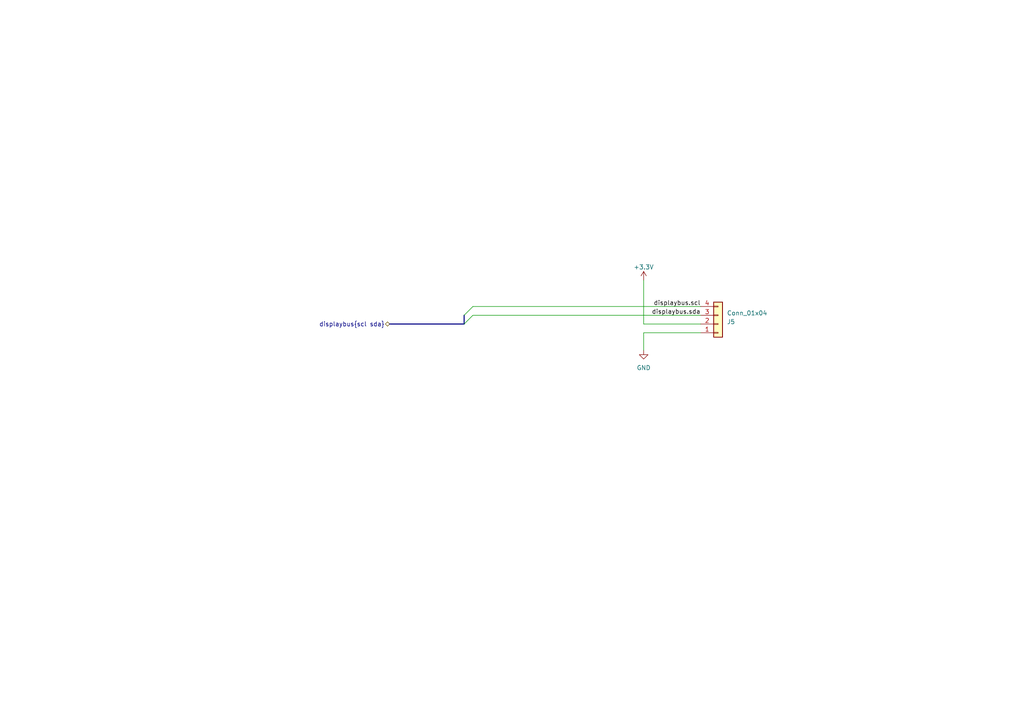
<source format=kicad_sch>
(kicad_sch (version 20230121) (generator eeschema)
  (paper "A4")
  (lib_symbols
    (symbol "Connector_Generic:Conn_01x04" (pin_names (offset 1.016) hide)
      (property "Reference" "J" (at 0 5.08 0))
      (property "Value" "Conn_01x04" (at 0 -7.62 0))
      (symbol "Conn_01x04_1_1"
        (rectangle (start -1.27 -4.953) (end 0 -5.207) (stroke (width 0.1524)))
        (rectangle (start -1.27 -2.413) (end 0 -2.667) (stroke (width 0.1524)))
        (rectangle (start -1.27 0.127) (end 0 -0.127) (stroke (width 0.1524)))
        (rectangle (start -1.27 2.667) (end 0 2.413) (stroke (width 0.1524)))
        (rectangle (start -1.27 3.81) (end 1.27 -6.35) (stroke (width 0.254)) (fill (type background)))
        (pin passive line (at -5.08 2.54 0) (length 3.81) (name "Pin_1") (number "1"))
        (pin passive line (at -5.08 0 0) (length 3.81) (name "Pin_2") (number "2"))
        (pin passive line (at -5.08 -2.54 0) (length 3.81) (name "Pin_3") (number "3"))
        (pin passive line (at -5.08 -5.08 0) (length 3.81) (name "Pin_4") (number "4"))
      )
    )
    (symbol "power:+3.3V" (power) (pin_names (offset 0))
      (property "Value" "+3.3V" (at 0 3.556 0))
      (symbol "+3.3V_0_1"
        (polyline (pts (xy -0.762 1.27) (xy 0 2.54)))
        (polyline (pts (xy 0 0) (xy 0 2.54)))
        (polyline (pts (xy 0 2.54) (xy 0.762 1.27)))
      )
      (symbol "+3.3V_1_1"
        (pin power_in line (at 0 0 90) (length 0) hide (name "+3.3V") (number "1"))
      )
    )
    (symbol "power:GND" (power) (pin_names (offset 0))
      (property "Value" "GND" (at 0 -3.81 0))
      (symbol "GND_0_1"
        (polyline (pts (xy 0 0) (xy 0 -1.27) (xy 1.27 -1.27) (xy 0 -2.54) (xy -1.27 -1.27) (xy 0 -1.27)))
      )
      (symbol "GND_1_1"
        (pin power_in line (at 0 0 270) (length 0) hide (name "GND") (number "1"))
      )
    )
  )
  (bus_entry (at 137.16 91.44) (size -2.54 2.54))
  (bus_entry (at 137.16 88.9) (size -2.54 2.54))
  (wire (pts (xy 137.16 88.9) (xy 203.2 88.9)))
  (wire (pts (xy 203.2 91.44) (xy 137.16 91.44)))
  (wire (pts (xy 186.69 96.52) (xy 203.2 96.52)))
  (bus (pts (xy 134.62 93.98) (xy 113.03 93.98)))
  (wire (pts (xy 203.2 93.98) (xy 186.69 93.98)))
  (wire (pts (xy 186.69 81.28) (xy 186.69 93.98)))
  (bus (pts (xy 134.62 91.44) (xy 134.62 93.98)))
  (wire (pts (xy 186.69 96.52) (xy 186.69 101.6)))
  (label "displaybus.sda" (at 203.2 91.44 180))
  (label "displaybus.scl" (at 203.2 88.9 180))
  (hierarchical_label "displaybus{scl sda}" (shape bidirectional) (at 113.03 93.98 180))
  (symbol (lib_id "power:+3.3V") (at 186.69 81.28 0) (unit 1)
    (property "Reference" "#PWR038" (effects hide))
    (property "Value" "+3.3V" (at 186.69 77.47 0))
    (instances (project "adsr_vca_fx" (path "" (reference "#PWR038") (unit 1)) (path "" (reference "#PWR064") (unit 1))))
  )
  (symbol (lib_id "Connector_Generic:Conn_01x04") (at 208.28 93.98 0) (mirror x) (unit 1)
    (property "Reference" "J5" (at 210.82 93.345 0) (effects (justify left)))
    (property "Value" "Conn_01x04" (at 210.82 90.805 0) (effects (justify left)))
    (property "Footprint" "SSD1306_0.96_Oled:SSD1306_0.96_Oled_no_courtyard_no_silkscreen" (effects hide))
    (instances (project "adsr_vca_fx" (path "" (reference "J5") (unit 1)) (path "" (reference "J11") (unit 1))))
  )
  (symbol (lib_id "power:GND") (at 186.69 101.6 0) (unit 1)
    (property "Reference" "#PWR039" (effects hide))
    (property "Value" "GND" (at 186.69 106.68 0))
    (instances (project "adsr_vca_fx" (path "" (reference "#PWR039") (unit 1)) (path "" (reference "#PWR065") (unit 1))))
  )
)
</source>
